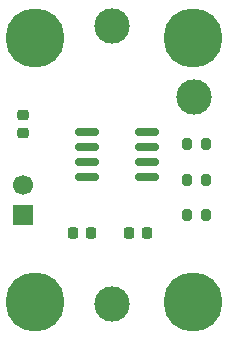
<source format=gbr>
%TF.GenerationSoftware,KiCad,Pcbnew,9.0.5*%
%TF.CreationDate,2025-10-22T12:52:36+02:00*%
%TF.ProjectId,tut_1,7475745f-312e-46b6-9963-61645f706362,rev?*%
%TF.SameCoordinates,Original*%
%TF.FileFunction,Soldermask,Top*%
%TF.FilePolarity,Negative*%
%FSLAX46Y46*%
G04 Gerber Fmt 4.6, Leading zero omitted, Abs format (unit mm)*
G04 Created by KiCad (PCBNEW 9.0.5) date 2025-10-22 12:52:36*
%MOMM*%
%LPD*%
G01*
G04 APERTURE LIST*
G04 Aperture macros list*
%AMRoundRect*
0 Rectangle with rounded corners*
0 $1 Rounding radius*
0 $2 $3 $4 $5 $6 $7 $8 $9 X,Y pos of 4 corners*
0 Add a 4 corners polygon primitive as box body*
4,1,4,$2,$3,$4,$5,$6,$7,$8,$9,$2,$3,0*
0 Add four circle primitives for the rounded corners*
1,1,$1+$1,$2,$3*
1,1,$1+$1,$4,$5*
1,1,$1+$1,$6,$7*
1,1,$1+$1,$8,$9*
0 Add four rect primitives between the rounded corners*
20,1,$1+$1,$2,$3,$4,$5,0*
20,1,$1+$1,$4,$5,$6,$7,0*
20,1,$1+$1,$6,$7,$8,$9,0*
20,1,$1+$1,$8,$9,$2,$3,0*%
G04 Aperture macros list end*
%ADD10RoundRect,0.218750X-0.256250X0.218750X-0.256250X-0.218750X0.256250X-0.218750X0.256250X0.218750X0*%
%ADD11RoundRect,0.162500X-0.825000X-0.162500X0.825000X-0.162500X0.825000X0.162500X-0.825000X0.162500X0*%
%ADD12RoundRect,0.225000X0.225000X0.250000X-0.225000X0.250000X-0.225000X-0.250000X0.225000X-0.250000X0*%
%ADD13C,3.000000*%
%ADD14C,5.000000*%
%ADD15RoundRect,0.200000X0.200000X0.275000X-0.200000X0.275000X-0.200000X-0.275000X0.200000X-0.275000X0*%
%ADD16RoundRect,0.200000X-0.200000X-0.275000X0.200000X-0.275000X0.200000X0.275000X-0.200000X0.275000X0*%
%ADD17R,1.700000X1.700000*%
%ADD18C,1.700000*%
G04 APERTURE END LIST*
D10*
%TO.C,D1*%
X131000000Y-85075000D03*
X131000000Y-83500000D03*
%TD*%
D11*
%TO.C,U1*%
X136425000Y-85000000D03*
X136425000Y-86270000D03*
X136425000Y-87540000D03*
X136425000Y-88810000D03*
X141500000Y-88810000D03*
X141500000Y-87540000D03*
X141500000Y-86270000D03*
X141500000Y-85000000D03*
%TD*%
D12*
%TO.C,C2*%
X141500000Y-93500000D03*
X139950000Y-93500000D03*
%TD*%
%TO.C,C1*%
X136775000Y-93500000D03*
X135225000Y-93500000D03*
%TD*%
D13*
%TO.C,FID3*%
X138500000Y-99500000D03*
%TD*%
%TO.C,FID2*%
X145500000Y-82000000D03*
%TD*%
%TO.C,FID1*%
X138500000Y-76000000D03*
%TD*%
D14*
%TO.C,H4*%
X132000000Y-99400000D03*
%TD*%
%TO.C,H3*%
X145400000Y-99400000D03*
%TD*%
%TO.C,H2*%
X145400000Y-77000000D03*
%TD*%
%TO.C,H1*%
X132000000Y-77000000D03*
%TD*%
D15*
%TO.C,R3*%
X146500000Y-92000000D03*
X144850000Y-92000000D03*
%TD*%
D16*
%TO.C,R2*%
X144850000Y-89000000D03*
X146500000Y-89000000D03*
%TD*%
%TO.C,R1*%
X144850000Y-86000000D03*
X146500000Y-86000000D03*
%TD*%
D17*
%TO.C,J1*%
X131000000Y-92040000D03*
D18*
X131000000Y-89500000D03*
%TD*%
M02*

</source>
